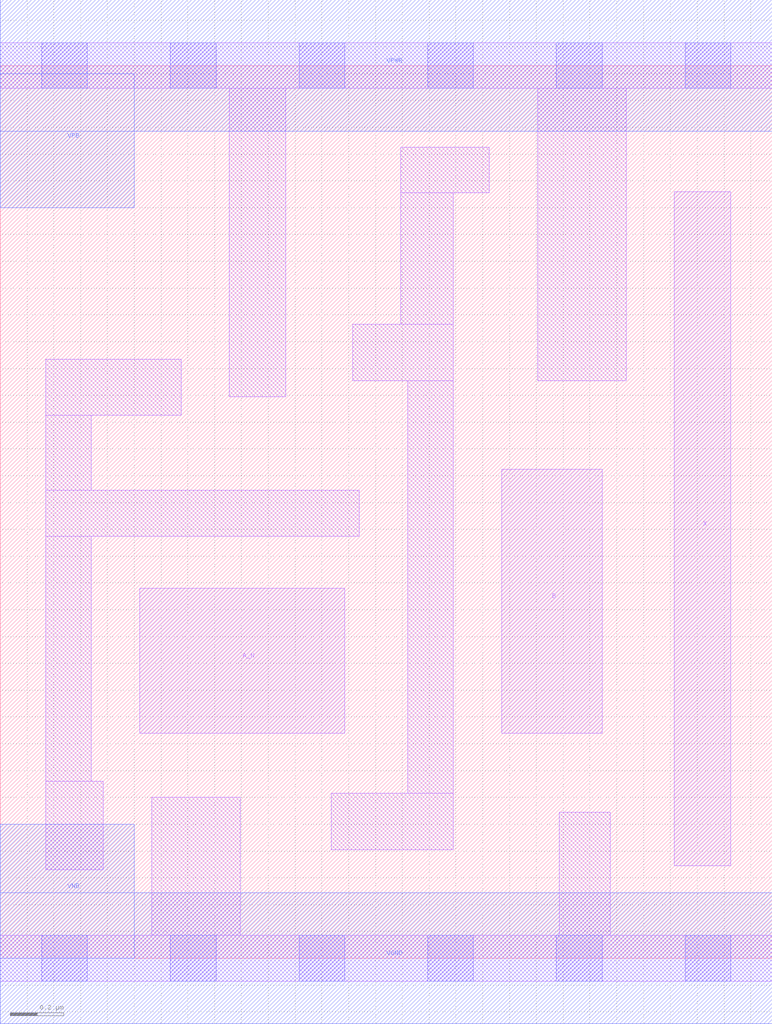
<source format=lef>
# Copyright 2020 The SkyWater PDK Authors
#
# Licensed under the Apache License, Version 2.0 (the "License");
# you may not use this file except in compliance with the License.
# You may obtain a copy of the License at
#
#     https://www.apache.org/licenses/LICENSE-2.0
#
# Unless required by applicable law or agreed to in writing, software
# distributed under the License is distributed on an "AS IS" BASIS,
# WITHOUT WARRANTIES OR CONDITIONS OF ANY KIND, either express or implied.
# See the License for the specific language governing permissions and
# limitations under the License.
#
# SPDX-License-Identifier: Apache-2.0

VERSION 5.5 ;
NAMESCASESENSITIVE ON ;
BUSBITCHARS "[]" ;
DIVIDERCHAR "/" ;
MACRO sky130_fd_sc_lp__and2b_m
  CLASS CORE ;
  SOURCE USER ;
  ORIGIN  0.000000  0.000000 ;
  SIZE  2.880000 BY  3.330000 ;
  SYMMETRY X Y R90 ;
  SITE unit ;
  PIN A_N
    ANTENNAGATEAREA  0.126000 ;
    DIRECTION INPUT ;
    USE SIGNAL ;
    PORT
      LAYER li1 ;
        RECT 0.520000 0.840000 1.285000 1.380000 ;
    END
  END A_N
  PIN B
    ANTENNAGATEAREA  0.126000 ;
    DIRECTION INPUT ;
    USE SIGNAL ;
    PORT
      LAYER li1 ;
        RECT 1.870000 0.840000 2.245000 1.825000 ;
    END
  END B
  PIN X
    ANTENNADIFFAREA  0.222600 ;
    DIRECTION OUTPUT ;
    USE SIGNAL ;
    PORT
      LAYER li1 ;
        RECT 2.515000 0.345000 2.725000 2.860000 ;
    END
  END X
  PIN VGND
    DIRECTION INOUT ;
    USE GROUND ;
    PORT
      LAYER met1 ;
        RECT 0.000000 -0.245000 2.880000 0.245000 ;
    END
  END VGND
  PIN VNB
    DIRECTION INOUT ;
    USE GROUND ;
    PORT
      LAYER met1 ;
        RECT 0.000000 0.000000 0.500000 0.500000 ;
    END
  END VNB
  PIN VPB
    DIRECTION INOUT ;
    USE POWER ;
    PORT
      LAYER met1 ;
        RECT 0.000000 2.800000 0.500000 3.300000 ;
    END
  END VPB
  PIN VPWR
    DIRECTION INOUT ;
    USE POWER ;
    PORT
      LAYER met1 ;
        RECT 0.000000 3.085000 2.880000 3.575000 ;
    END
  END VPWR
  OBS
    LAYER li1 ;
      RECT 0.000000 -0.085000 2.880000 0.085000 ;
      RECT 0.000000  3.245000 2.880000 3.415000 ;
      RECT 0.170000  0.330000 0.385000 0.660000 ;
      RECT 0.170000  0.660000 0.340000 1.575000 ;
      RECT 0.170000  1.575000 1.340000 1.745000 ;
      RECT 0.170000  1.745000 0.340000 2.025000 ;
      RECT 0.170000  2.025000 0.675000 2.235000 ;
      RECT 0.565000  0.085000 0.895000 0.600000 ;
      RECT 0.855000  2.095000 1.065000 3.245000 ;
      RECT 1.235000  0.405000 1.690000 0.615000 ;
      RECT 1.315000  2.155000 1.690000 2.365000 ;
      RECT 1.495000  2.365000 1.690000 2.855000 ;
      RECT 1.495000  2.855000 1.825000 3.025000 ;
      RECT 1.520000  0.615000 1.690000 2.155000 ;
      RECT 2.005000  2.155000 2.335000 3.245000 ;
      RECT 2.085000  0.085000 2.275000 0.545000 ;
    LAYER mcon ;
      RECT 0.155000 -0.085000 0.325000 0.085000 ;
      RECT 0.155000  3.245000 0.325000 3.415000 ;
      RECT 0.635000 -0.085000 0.805000 0.085000 ;
      RECT 0.635000  3.245000 0.805000 3.415000 ;
      RECT 1.115000 -0.085000 1.285000 0.085000 ;
      RECT 1.115000  3.245000 1.285000 3.415000 ;
      RECT 1.595000 -0.085000 1.765000 0.085000 ;
      RECT 1.595000  3.245000 1.765000 3.415000 ;
      RECT 2.075000 -0.085000 2.245000 0.085000 ;
      RECT 2.075000  3.245000 2.245000 3.415000 ;
      RECT 2.555000 -0.085000 2.725000 0.085000 ;
      RECT 2.555000  3.245000 2.725000 3.415000 ;
  END
END sky130_fd_sc_lp__and2b_m

</source>
